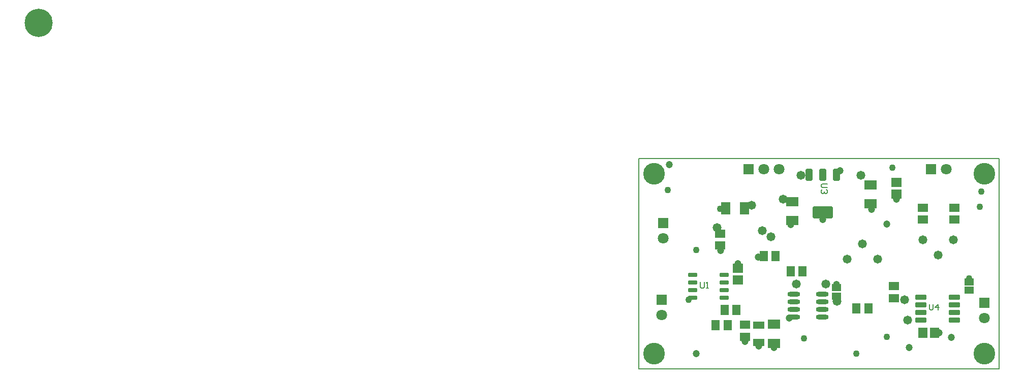
<source format=gts>
G04 Layer_Color=8388736*
%FSLAX25Y25*%
%MOIN*%
G70*
G01*
G75*
%ADD25C,0.00500*%
%ADD26C,0.00591*%
%ADD44R,0.05918X0.06902*%
%ADD45R,0.06902X0.05918*%
G04:AMPARAMS|DCode=46|XSize=33.59mil|YSize=72.96mil|CornerRadius=5.92mil|HoleSize=0mil|Usage=FLASHONLY|Rotation=90.000|XOffset=0mil|YOffset=0mil|HoleType=Round|Shape=RoundedRectangle|*
%AMROUNDEDRECTD46*
21,1,0.03359,0.06112,0,0,90.0*
21,1,0.02175,0.07296,0,0,90.0*
1,1,0.01184,0.03056,0.01088*
1,1,0.01184,0.03056,-0.01088*
1,1,0.01184,-0.03056,-0.01088*
1,1,0.01184,-0.03056,0.01088*
%
%ADD46ROUNDEDRECTD46*%
%ADD47R,0.08280X0.06115*%
%ADD48R,0.06115X0.08280*%
G04:AMPARAMS|DCode=49|XSize=29.65mil|YSize=57.21mil|CornerRadius=5.95mil|HoleSize=0mil|Usage=FLASHONLY|Rotation=90.000|XOffset=0mil|YOffset=0mil|HoleType=Round|Shape=RoundedRectangle|*
%AMROUNDEDRECTD49*
21,1,0.02965,0.04532,0,0,90.0*
21,1,0.01776,0.05721,0,0,90.0*
1,1,0.01190,0.02266,0.00888*
1,1,0.01190,0.02266,-0.00888*
1,1,0.01190,-0.02266,-0.00888*
1,1,0.01190,-0.02266,0.00888*
%
%ADD49ROUNDEDRECTD49*%
G04:AMPARAMS|DCode=50|XSize=43.43mil|YSize=76.9mil|CornerRadius=5.95mil|HoleSize=0mil|Usage=FLASHONLY|Rotation=0.000|XOffset=0mil|YOffset=0mil|HoleType=Round|Shape=RoundedRectangle|*
%AMROUNDEDRECTD50*
21,1,0.04343,0.06500,0,0,0.0*
21,1,0.03154,0.07690,0,0,0.0*
1,1,0.01190,0.01577,-0.03250*
1,1,0.01190,-0.01577,-0.03250*
1,1,0.01190,-0.01577,0.03250*
1,1,0.01190,0.01577,0.03250*
%
%ADD50ROUNDEDRECTD50*%
G04:AMPARAMS|DCode=51|XSize=133.98mil|YSize=76.9mil|CornerRadius=6.07mil|HoleSize=0mil|Usage=FLASHONLY|Rotation=0.000|XOffset=0mil|YOffset=0mil|HoleType=Round|Shape=RoundedRectangle|*
%AMROUNDEDRECTD51*
21,1,0.13398,0.06476,0,0,0.0*
21,1,0.12185,0.07690,0,0,0.0*
1,1,0.01213,0.06093,-0.03238*
1,1,0.01213,-0.06093,-0.03238*
1,1,0.01213,-0.06093,0.03238*
1,1,0.01213,0.06093,0.03238*
%
%ADD51ROUNDEDRECTD51*%
%ADD52R,0.05524X0.06509*%
%ADD53R,0.06509X0.05524*%
%ADD54R,0.06115X0.05131*%
%ADD55R,0.07493X0.04540*%
%ADD56O,0.08280X0.03162*%
%ADD57C,0.14186*%
%ADD58C,0.18516*%
%ADD59C,0.05800*%
%ADD60R,0.07099X0.07099*%
%ADD61C,0.07099*%
%ADD62R,0.07099X0.07099*%
%ADD63C,0.04331*%
%ADD64C,0.04737*%
D25*
X0Y137795D02*
X236221D01*
Y0D02*
Y137795D01*
X0Y0D02*
X236221D01*
X0D02*
Y137795D01*
D26*
X190366Y42306D02*
Y39026D01*
X191022Y38370D01*
X192334D01*
X192990Y39026D01*
Y42306D01*
X196270Y38370D02*
Y42306D01*
X194302Y40338D01*
X196926D01*
X40126Y56920D02*
Y53640D01*
X40782Y52984D01*
X42094D01*
X42750Y53640D01*
Y56920D01*
X44062Y52984D02*
X45374D01*
X44718D01*
Y56920D01*
X44062Y56264D01*
X123436Y121315D02*
X120156D01*
X119500Y120659D01*
Y119347D01*
X120156Y118691D01*
X123436D01*
X122780Y117379D02*
X123436Y116723D01*
Y115411D01*
X122780Y114755D01*
X122124D01*
X121468Y115411D01*
Y116067D01*
Y115411D01*
X120812Y114755D01*
X120156D01*
X119500Y115411D01*
Y116723D01*
X120156Y117379D01*
D44*
X186024Y23622D02*
D03*
X193898D02*
D03*
D45*
X64961Y65945D02*
D03*
Y58071D02*
D03*
X169000Y114378D02*
D03*
Y122252D02*
D03*
D46*
X184744Y46870D02*
D03*
Y41870D02*
D03*
Y36870D02*
D03*
Y31870D02*
D03*
X206988Y46870D02*
D03*
Y41870D02*
D03*
Y36870D02*
D03*
Y31870D02*
D03*
D47*
X100394Y109646D02*
D03*
Y97047D02*
D03*
X152000Y108016D02*
D03*
Y120614D02*
D03*
X88378Y16532D02*
D03*
Y29130D02*
D03*
D48*
X56693Y105315D02*
D03*
X69291D02*
D03*
D49*
X55961Y46484D02*
D03*
Y51484D02*
D03*
Y56484D02*
D03*
Y61484D02*
D03*
X35291Y46484D02*
D03*
Y51484D02*
D03*
Y56484D02*
D03*
Y61484D02*
D03*
D50*
X129555Y127118D02*
D03*
X120500D02*
D03*
X111445D02*
D03*
D51*
X120500Y102512D02*
D03*
D52*
X107283Y63976D02*
D03*
X99410D02*
D03*
X89567Y73819D02*
D03*
X81693D02*
D03*
X50197Y28543D02*
D03*
X58071D02*
D03*
X63976Y38386D02*
D03*
X56102D02*
D03*
X142559Y39370D02*
D03*
X150433D02*
D03*
D53*
X69378Y20894D02*
D03*
Y28768D02*
D03*
X206988Y105555D02*
D03*
Y97681D02*
D03*
X167323Y54134D02*
D03*
Y46260D02*
D03*
X186024Y97681D02*
D03*
Y105555D02*
D03*
X53150Y80709D02*
D03*
Y88583D02*
D03*
D54*
X129575Y47657D02*
D03*
Y53169D02*
D03*
X216535Y51378D02*
D03*
Y56890D02*
D03*
D55*
X78378Y17319D02*
D03*
Y28343D02*
D03*
D56*
X101575Y48913D02*
D03*
Y43913D02*
D03*
Y38913D02*
D03*
Y33913D02*
D03*
X120079Y48913D02*
D03*
Y43913D02*
D03*
Y38913D02*
D03*
Y33913D02*
D03*
D57*
X226378Y127953D02*
D03*
X9843D02*
D03*
Y9843D02*
D03*
X226378D02*
D03*
D58*
X-393898Y226772D02*
D03*
D59*
X146496Y81850D02*
D03*
X156496Y71850D02*
D03*
X136496D02*
D03*
X206024Y84646D02*
D03*
X186024D02*
D03*
X196024Y74646D02*
D03*
X51181Y92520D02*
D03*
X94488Y111221D02*
D03*
X106299Y126969D02*
D03*
X73819Y107283D02*
D03*
X145669Y126969D02*
D03*
X129921Y44291D02*
D03*
X174213Y45315D02*
D03*
X176181Y31870D02*
D03*
X80708Y90551D02*
D03*
X86614Y86614D02*
D03*
X103347Y55413D02*
D03*
X122575D02*
D03*
D60*
X71850Y130905D02*
D03*
X191500Y130815D02*
D03*
D61*
X81850Y130905D02*
D03*
X91850D02*
D03*
X201500Y130815D02*
D03*
X226378Y33307D02*
D03*
X14842Y35315D02*
D03*
X15748Y85630D02*
D03*
D62*
X226378Y43307D02*
D03*
X14842Y45315D02*
D03*
X15748Y95630D02*
D03*
D63*
X216535Y59055D02*
D03*
X162402Y20894D02*
D03*
X37402Y77756D02*
D03*
X224410Y116142D02*
D03*
X108268Y19685D02*
D03*
X223425Y106299D02*
D03*
X166339Y131890D02*
D03*
X18701Y117126D02*
D03*
X32480Y45315D02*
D03*
X142559Y9843D02*
D03*
X53150Y104815D02*
D03*
D64*
X78331Y73319D02*
D03*
X64961Y68898D02*
D03*
X98425Y33307D02*
D03*
X196850Y23622D02*
D03*
X204724Y20669D02*
D03*
X120500Y97815D02*
D03*
X69378Y17717D02*
D03*
X78378Y14764D02*
D03*
X88378Y13780D02*
D03*
X129575Y55118D02*
D03*
X99410Y94488D02*
D03*
X131890Y129921D02*
D03*
X152500Y104358D02*
D03*
X169000Y111221D02*
D03*
X53650Y77346D02*
D03*
X37402Y9843D02*
D03*
X162402Y94827D02*
D03*
X19685Y133858D02*
D03*
X177165Y13780D02*
D03*
M02*

</source>
